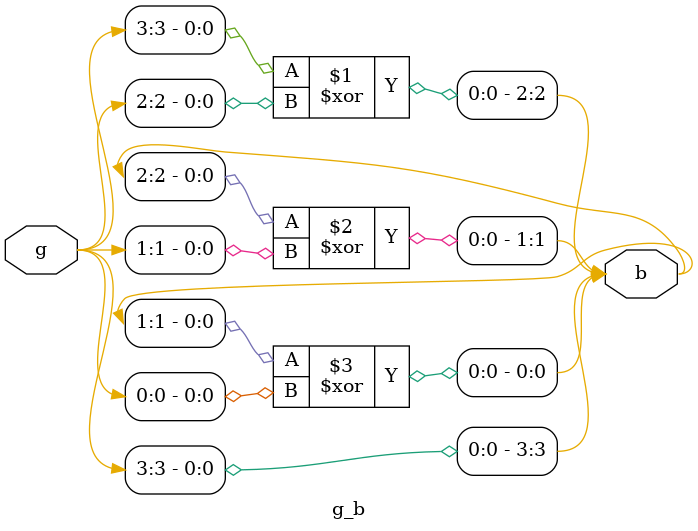
<source format=v>
module g_b(
  input [3:0]g,
  output [3:0]b
);
  
  buf (b[3],g[3]);
  xor (b[2],b[3],g[2]);
  xor (b[1],b[2],g[1]);
  xor (b[0],b[1],g[0]);
  
endmodule
</source>
